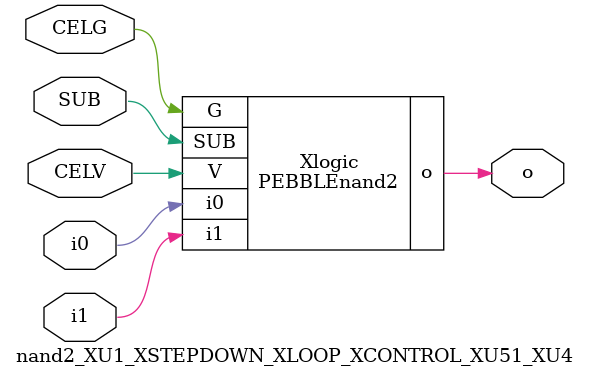
<source format=v>



module PEBBLEnand2 ( o, G, SUB, V, i0, i1 );

  input i0;
  input V;
  input i1;
  input G;
  output o;
  input SUB;
endmodule

//Celera Confidential Do Not Copy nand2_XU1_XSTEPDOWN_XLOOP_XCONTROL_XU51_XU4
//Celera Confidential Symbol Generator
//5V NAND2
module nand2_XU1_XSTEPDOWN_XLOOP_XCONTROL_XU51_XU4 (CELV,CELG,i0,i1,o,SUB);
input CELV;
input CELG;
input i0;
input i1;
input SUB;
output o;

//Celera Confidential Do Not Copy nand2
PEBBLEnand2 Xlogic(
.V (CELV),
.i0 (i0),
.i1 (i1),
.o (o),
.SUB (SUB),
.G (CELG)
);
//,diesize,PEBBLEnand2

//Celera Confidential Do Not Copy Module End
//Celera Schematic Generator
endmodule

</source>
